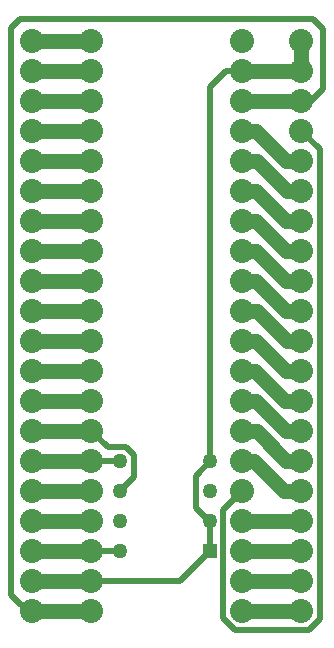
<source format=gbr>
G04 PROTEUS GERBER X2 FILE*
%TF.GenerationSoftware,Labcenter,Proteus,8.9-SP0-Build27865*%
%TF.CreationDate,2021-07-02T00:15:09+00:00*%
%TF.FileFunction,Copper,L2,Bot*%
%TF.FilePolarity,Positive*%
%TF.Part,Single*%
%TF.SameCoordinates,{d37fa026-a99f-4a69-94ed-7d0db0254a4f}*%
%FSLAX45Y45*%
%MOMM*%
G01*
%TA.AperFunction,Conductor*%
%ADD15C,1.270000*%
%ADD10C,0.508000*%
%TA.AperFunction,ComponentPad*%
%ADD11C,2.032000*%
%TA.AperFunction,ComponentPad*%
%ADD12R,1.270000X1.270000*%
%ADD13C,1.270000*%
%TD.AperFunction*%
D15*
X+250000Y+5076000D02*
X+750000Y+5076000D01*
X+250000Y+4822000D02*
X+750000Y+4822000D01*
X+250000Y+4568000D02*
X+750000Y+4568000D01*
X+250000Y+4314000D02*
X+750000Y+4314000D01*
X+250000Y+4060000D02*
X+750000Y+4060000D01*
X+250000Y+3806000D02*
X+750000Y+3806000D01*
X+250000Y+3552000D02*
X+750000Y+3552000D01*
X+250000Y+3298000D02*
X+750000Y+3298000D01*
X+750000Y+3044000D02*
X+250000Y+3044000D01*
X+250000Y+2790000D02*
X+750000Y+2790000D01*
X+750000Y+2536000D02*
X+250000Y+2536000D01*
X+250000Y+2282000D02*
X+750000Y+2282000D01*
X+750000Y+2028000D02*
X+250000Y+2028000D01*
X+250000Y+1774000D02*
X+750000Y+1774000D01*
X+750000Y+1520000D02*
X+250000Y+1520000D01*
X+250000Y+1266000D02*
X+750000Y+1266000D01*
X+750000Y+1012000D02*
X+250000Y+1012000D01*
X+250000Y+758000D02*
X+750000Y+758000D01*
X+750000Y+504000D02*
X+250000Y+504000D01*
X+250000Y+250000D02*
X+750000Y+250000D01*
X+2028000Y+4568000D02*
X+2528000Y+4568000D01*
X+2028000Y+1012000D02*
X+2528000Y+1012000D01*
X+2028000Y+758000D02*
X+2528000Y+758000D01*
X+2028000Y+504000D02*
X+2528000Y+504000D01*
X+2028000Y+250000D02*
X+2528000Y+250000D01*
X+2028000Y+2028000D02*
X+2141999Y+2028000D01*
X+2395999Y+1774000D01*
X+2528000Y+1774000D01*
X+2028000Y+2282000D02*
X+2138001Y+2282000D01*
X+2392001Y+2028000D01*
X+2528000Y+2028000D01*
X+2028000Y+2536000D02*
X+2143999Y+2536000D01*
X+2397999Y+2282000D01*
X+2528000Y+2282000D01*
X+2028000Y+2790000D02*
X+2149999Y+2790000D01*
X+2403999Y+2536000D01*
X+2528000Y+2536000D01*
X+2028000Y+3044000D02*
X+2146000Y+3044000D01*
X+2400000Y+2790000D01*
X+2528000Y+2790000D01*
X+2028000Y+3298000D02*
X+2142000Y+3298000D01*
X+2396000Y+3044000D01*
X+2528000Y+3044000D01*
X+2028000Y+3552000D02*
X+2148001Y+3552000D01*
X+2402001Y+3298000D01*
X+2528000Y+3298000D01*
X+2028000Y+3806000D02*
X+2144001Y+3806000D01*
X+2398001Y+3552000D01*
X+2528000Y+3552000D01*
X+2028000Y+4060000D02*
X+2149999Y+4060000D01*
X+2403999Y+3806000D01*
X+2528000Y+3806000D01*
X+2028000Y+4314000D02*
X+2145999Y+4314000D01*
X+2399999Y+4060000D01*
X+2528000Y+4060000D01*
X+2028000Y+1520000D02*
X+2129999Y+1520000D01*
X+2383999Y+1266000D01*
X+2528000Y+1266000D01*
X+2028000Y+1774000D02*
X+2032000Y+1770000D01*
X+2150000Y+1770000D01*
X+2400000Y+1520000D01*
X+2528000Y+1520000D01*
D10*
X+1755000Y+1000000D02*
X+1634034Y+1120966D01*
X+1634034Y+1396034D01*
X+1755000Y+1517000D01*
X+1755000Y+755000D02*
X+1755000Y+1000000D01*
X+1755000Y+1009000D01*
X+750000Y+758000D02*
X+990000Y+758000D01*
X+993000Y+755000D01*
X+750000Y+504000D02*
X+1504000Y+504000D01*
X+1755000Y+755000D01*
X+750000Y+1520000D02*
X+990000Y+1520000D01*
X+993000Y+1517000D01*
X+750000Y+1774000D02*
X+887474Y+1636526D01*
X+1044764Y+1636526D01*
X+1111606Y+1569684D01*
X+1111606Y+1381606D01*
X+993000Y+1263000D01*
X+2028000Y+1266000D02*
X+1869244Y+1107244D01*
X+1869244Y+189345D01*
X+1966200Y+92389D01*
X+2592389Y+92389D01*
X+2682480Y+182480D01*
X+2682480Y+4159520D01*
X+2528000Y+4314000D01*
X+2528000Y+4568000D02*
X+2608000Y+4568000D01*
X+2710000Y+4670000D01*
X+2710000Y+5179999D01*
X+2624999Y+5265000D01*
X+150000Y+5265000D01*
X+70000Y+5185000D01*
X+70000Y+385000D01*
X+148400Y+306600D01*
X+250000Y+250000D01*
X+2516765Y+4822000D02*
X+2528000Y+4822000D01*
D15*
X+2516765Y+4822000D02*
X+2028000Y+4822000D01*
X+2528000Y+4822000D02*
X+2528000Y+5076000D01*
D10*
X+1755000Y+1517000D02*
X+1755000Y+4690000D01*
X+1887000Y+4822000D01*
X+2028000Y+4822000D01*
D11*
X+2028000Y+250000D03*
X+2028000Y+504000D03*
X+2028000Y+758000D03*
X+2028000Y+1012000D03*
X+2028000Y+4314000D03*
X+2028000Y+1266000D03*
X+2028000Y+1520000D03*
X+2028000Y+1774000D03*
X+2028000Y+2028000D03*
X+2028000Y+2282000D03*
X+2028000Y+2536000D03*
X+2028000Y+2790000D03*
X+2028000Y+3044000D03*
X+2028000Y+3298000D03*
X+2028000Y+3552000D03*
X+2028000Y+3806000D03*
X+2028000Y+4060000D03*
X+250000Y+5076000D03*
X+250000Y+4822000D03*
X+250000Y+4568000D03*
X+250000Y+4314000D03*
X+250000Y+4060000D03*
X+250000Y+3806000D03*
X+250000Y+3552000D03*
X+250000Y+3298000D03*
X+250000Y+3044000D03*
X+250000Y+2790000D03*
X+250000Y+2536000D03*
X+250000Y+2282000D03*
X+250000Y+2028000D03*
X+250000Y+1774000D03*
X+250000Y+1520000D03*
X+250000Y+1266000D03*
X+250000Y+1012000D03*
X+250000Y+758000D03*
X+250000Y+504000D03*
X+250000Y+250000D03*
X+2028000Y+5076000D03*
X+2028000Y+4822000D03*
X+2028000Y+4568000D03*
D12*
X+1755000Y+755000D03*
D13*
X+1755000Y+1009000D03*
X+1755000Y+1263000D03*
X+1755000Y+1517000D03*
X+993000Y+1517000D03*
X+993000Y+1263000D03*
X+993000Y+1009000D03*
X+993000Y+755000D03*
D11*
X+2528000Y+250000D03*
X+2528000Y+504000D03*
X+2528000Y+758000D03*
X+2528000Y+1012000D03*
X+2528000Y+4314000D03*
X+2528000Y+1266000D03*
X+2528000Y+1520000D03*
X+2528000Y+1774000D03*
X+2528000Y+2028000D03*
X+2528000Y+2282000D03*
X+2528000Y+2536000D03*
X+2528000Y+2790000D03*
X+2528000Y+3044000D03*
X+2528000Y+3298000D03*
X+2528000Y+3552000D03*
X+2528000Y+3806000D03*
X+2528000Y+4060000D03*
X+750000Y+5076000D03*
X+750000Y+4822000D03*
X+750000Y+4568000D03*
X+750000Y+4314000D03*
X+750000Y+4060000D03*
X+750000Y+3806000D03*
X+750000Y+3552000D03*
X+750000Y+3298000D03*
X+750000Y+3044000D03*
X+750000Y+2790000D03*
X+750000Y+2536000D03*
X+750000Y+2282000D03*
X+750000Y+2028000D03*
X+750000Y+1774000D03*
X+750000Y+1520000D03*
X+750000Y+1266000D03*
X+750000Y+1012000D03*
X+750000Y+758000D03*
X+750000Y+504000D03*
X+750000Y+250000D03*
X+2528000Y+5076000D03*
X+2528000Y+4822000D03*
X+2528000Y+4568000D03*
M02*

</source>
